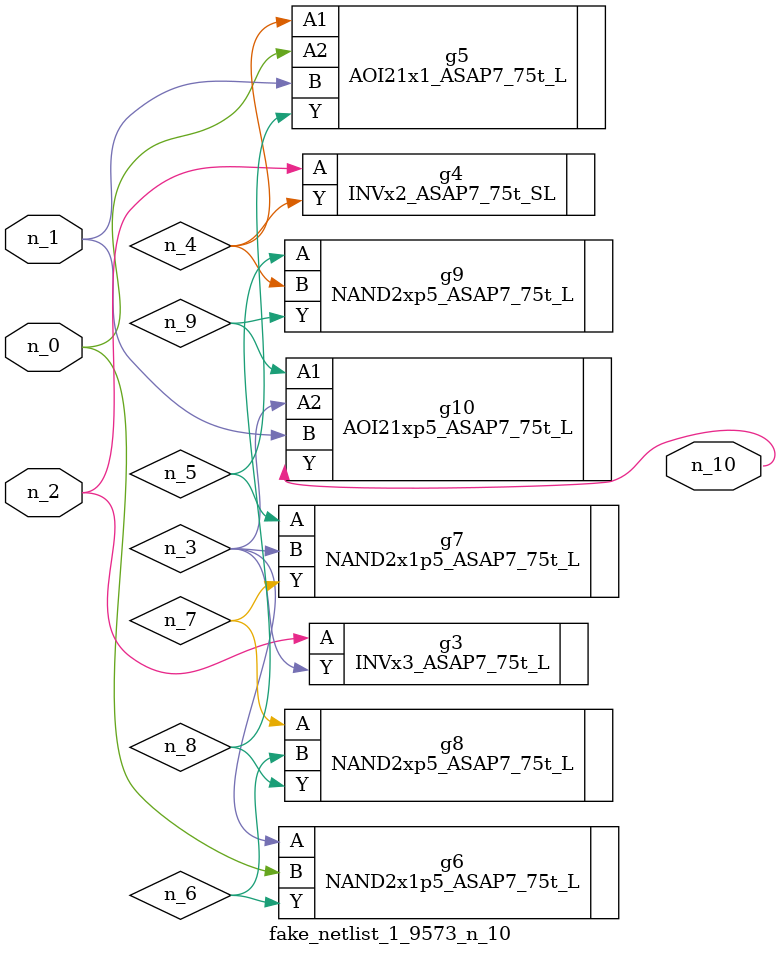
<source format=v>
module fake_netlist_1_9573_n_10 (n_1, n_2, n_0, n_10);
input n_1;
input n_2;
input n_0;
output n_10;
wire n_6;
wire n_4;
wire n_3;
wire n_9;
wire n_5;
wire n_7;
wire n_8;
INVx3_ASAP7_75t_L g3 ( .A(n_2), .Y(n_3) );
INVx2_ASAP7_75t_SL g4 ( .A(n_2), .Y(n_4) );
AOI21x1_ASAP7_75t_L g5 ( .A1(n_4), .A2(n_0), .B(n_1), .Y(n_5) );
NAND2x1p5_ASAP7_75t_L g6 ( .A(n_3), .B(n_0), .Y(n_6) );
NAND2x1p5_ASAP7_75t_L g7 ( .A(n_5), .B(n_3), .Y(n_7) );
NAND2xp5_ASAP7_75t_L g8 ( .A(n_7), .B(n_6), .Y(n_8) );
NAND2xp5_ASAP7_75t_L g9 ( .A(n_8), .B(n_4), .Y(n_9) );
AOI21xp5_ASAP7_75t_L g10 ( .A1(n_9), .A2(n_3), .B(n_1), .Y(n_10) );
endmodule
</source>
